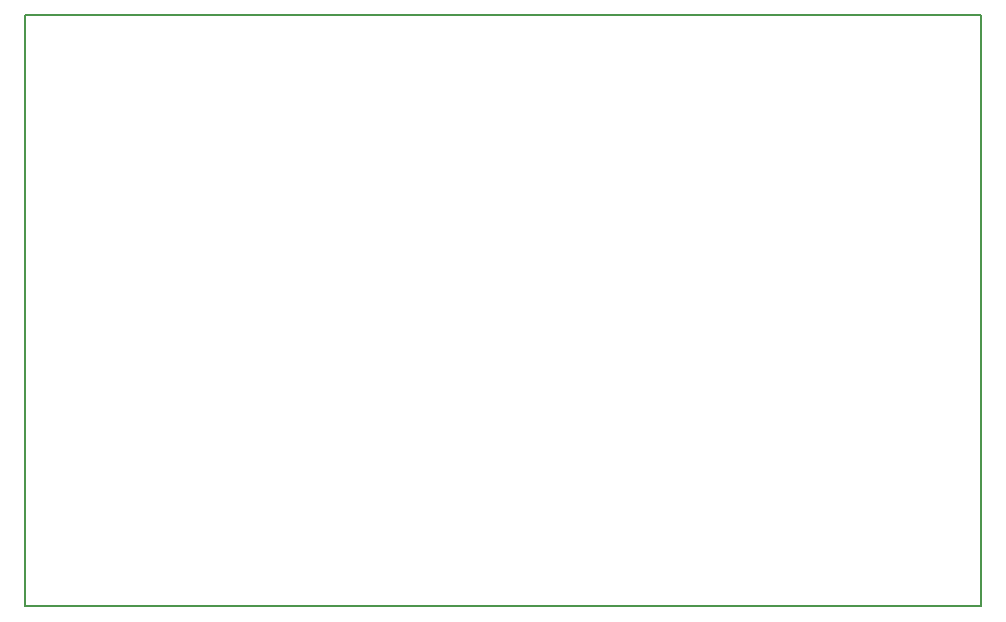
<source format=gbr>
%TF.GenerationSoftware,KiCad,Pcbnew,(6.0.1)*%
%TF.CreationDate,2022-03-01T16:38:42-05:00*%
%TF.ProjectId,Project_380,50726f6a-6563-4745-9f33-38302e6b6963,rev?*%
%TF.SameCoordinates,Original*%
%TF.FileFunction,Profile,NP*%
%FSLAX46Y46*%
G04 Gerber Fmt 4.6, Leading zero omitted, Abs format (unit mm)*
G04 Created by KiCad (PCBNEW (6.0.1)) date 2022-03-01 16:38:42*
%MOMM*%
%LPD*%
G01*
G04 APERTURE LIST*
%TA.AperFunction,Profile*%
%ADD10C,0.200000*%
%TD*%
G04 APERTURE END LIST*
D10*
X100000000Y-60000000D02*
X180920000Y-60000000D01*
X180920000Y-60000000D02*
X180920000Y-110000000D01*
X180920000Y-110000000D02*
X100000000Y-110000000D01*
X100000000Y-110000000D02*
X100000000Y-60000000D01*
M02*

</source>
